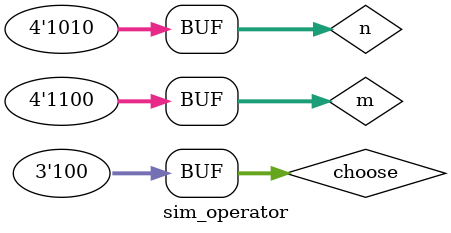
<source format=v>
`timescale 1ns / 1ps


module sim_operator( );
    reg [3:0] m,n;
    reg [2:0]choose;
    wire [4:0] f;
    wire EN;
    wire [3:0]a,b;
    operator u_operator(.m(m),.n(n),.choose(choose),.f(f),.EN(EN),.a(a),.b(b));
    initial begin
    m=4'b1100;
    n=4'b1010;
    end
    always begin
    choose=0;#100;
    choose=1;#100;
    choose=2;#100;
    choose=3;#100;
    choose=4;#100;
    end
endmodule

</source>
